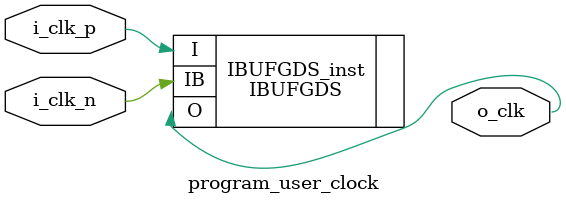
<source format=v>

`timescale 1ns/1ps
`default_nettype none

module program_user_clock (
    i_clk_p, 
    i_clk_n,
    o_clk
);

// I/O 
input wire i_clk_p;
input wire i_clk_n;
output wire o_clk;

// Convert LVDS clock to internal clock signal
IBUFGDS #(
    .DIFF_TERM("FALSE"), // Differential termination
    .IBUF_LOW_PWR("TRUE"), // Low power="TRUE", High performance="FALSE"
    .IOSTANDARD("DEFAULT") // Specify input IO standard
) IBUFGDS_inst (
    .O(o_clk), // Clock output buffer
    .I(i_clk_p), // Diff_p clock buffer input (connect directly to top-level port)
    .IB(i_clk_n) // Diff_n clock buffer input (connect directly to top-level port)
);

endmodule 

`default_nettype wire 

</source>
